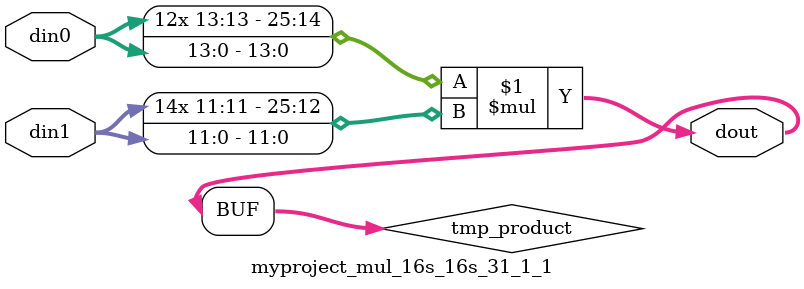
<source format=v>

`timescale 1 ns / 1 ps

  module myproject_mul_16s_16s_31_1_1(din0, din1, dout);
parameter ID = 1;
parameter NUM_STAGE = 0;
parameter din0_WIDTH = 14;
parameter din1_WIDTH = 12;
parameter dout_WIDTH = 26;

input [din0_WIDTH - 1 : 0] din0; 
input [din1_WIDTH - 1 : 0] din1; 
output [dout_WIDTH - 1 : 0] dout;

wire signed [dout_WIDTH - 1 : 0] tmp_product;













assign tmp_product = $signed(din0) * $signed(din1);








assign dout = tmp_product;







endmodule

</source>
